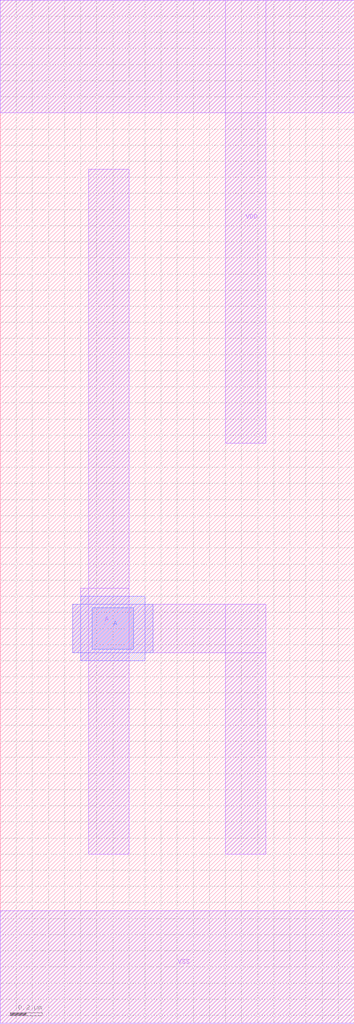
<source format=lef>
# Copyright 2022 Google LLC
# Licensed under the Apache License, Version 2.0 (the "License");
# you may not use this file except in compliance with the License.
# You may obtain a copy of the License at
#
#      http://www.apache.org/licenses/LICENSE-2.0
#
# Unless required by applicable law or agreed to in writing, software
# distributed under the License is distributed on an "AS IS" BASIS,
# WITHOUT WARRANTIES OR CONDITIONS OF ANY KIND, either express or implied.
# See the License for the specific language governing permissions and
# limitations under the License.
VERSION 5.7 ;
BUSBITCHARS "[]" ;
DIVIDERCHAR "/" ;

MACRO gf180mcu_osu_sc_gp9t3v3__antfill
  CLASS CORE ;
  ORIGIN 0 0.05 ;
  FOREIGN gf180mcu_osu_sc_gp9t3v3__antfill 0 -0.05 ;
  SIZE 2.2 BY 6.35 ;
  SYMMETRY X Y ;
  SITE gf180mcu_osu_sc_gp9t3v3 ;
  PIN VDD
    DIRECTION INOUT ;
    USE POWER ;
    SHAPE ABUTMENT ;
    PORT
      LAYER Metal1 ;
        RECT 0 5.6 2.2 6.3 ;
        RECT 1.4 3.55 1.65 6.3 ;
    END
  END VDD
  PIN VSS
    DIRECTION INOUT ;
    USE GROUND ;
    SHAPE ABUTMENT ;
    PORT
      LAYER Metal1 ;
        RECT 0 -0.05 2.2 0.65 ;
    END
  END VSS
  PIN A
    DIRECTION INPUT ;
    USE SIGNAL ;
    PORT
      LAYER Metal1 ;
        RECT 0.45 2.25 1.65 2.55 ;
        RECT 1.4 1 1.65 2.55 ;
        RECT 0.55 1 0.8 5.25 ;
        RECT 0.5 2.2 0.8 2.65 ;
      LAYER Metal2 ;
        RECT 0.45 2.25 0.95 2.55 ;
        RECT 0.5 2.2 0.9 2.6 ;
      LAYER Via1 ;
        RECT 0.57 2.27 0.83 2.53 ;
    END
  END A
END gf180mcu_osu_sc_gp9t3v3__antfill

</source>
